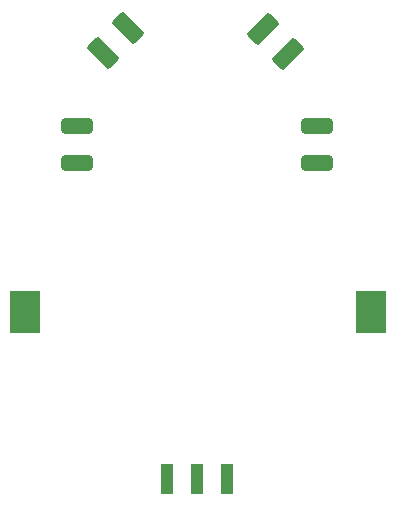
<source format=gbp>
G04 #@! TF.GenerationSoftware,KiCad,Pcbnew,(6.0.10)*
G04 #@! TF.CreationDate,2023-01-13T20:24:24+01:00*
G04 #@! TF.ProjectId,Eule,45756c65-2e6b-4696-9361-645f70636258,rev?*
G04 #@! TF.SameCoordinates,Original*
G04 #@! TF.FileFunction,Paste,Bot*
G04 #@! TF.FilePolarity,Positive*
%FSLAX46Y46*%
G04 Gerber Fmt 4.6, Leading zero omitted, Abs format (unit mm)*
G04 Created by KiCad (PCBNEW (6.0.10)) date 2023-01-13 20:24:24*
%MOMM*%
%LPD*%
G01*
G04 APERTURE LIST*
G04 Aperture macros list*
%AMRoundRect*
0 Rectangle with rounded corners*
0 $1 Rounding radius*
0 $2 $3 $4 $5 $6 $7 $8 $9 X,Y pos of 4 corners*
0 Add a 4 corners polygon primitive as box body*
4,1,4,$2,$3,$4,$5,$6,$7,$8,$9,$2,$3,0*
0 Add four circle primitives for the rounded corners*
1,1,$1+$1,$2,$3*
1,1,$1+$1,$4,$5*
1,1,$1+$1,$6,$7*
1,1,$1+$1,$8,$9*
0 Add four rect primitives between the rounded corners*
20,1,$1+$1,$2,$3,$4,$5,0*
20,1,$1+$1,$4,$5,$6,$7,0*
20,1,$1+$1,$6,$7,$8,$9,0*
20,1,$1+$1,$8,$9,$2,$3,0*%
G04 Aperture macros list end*
%ADD10R,2.600000X3.600000*%
%ADD11RoundRect,0.250000X1.075000X-0.400000X1.075000X0.400000X-1.075000X0.400000X-1.075000X-0.400000X0*%
%ADD12RoundRect,0.250001X-0.433103X1.087175X-1.087175X0.433103X0.433103X-1.087175X1.087175X-0.433103X0*%
%ADD13RoundRect,0.250001X-1.087175X-0.433103X-0.433103X-1.087175X1.087175X0.433103X0.433103X1.087175X0*%
%ADD14R,1.000000X2.500000*%
G04 APERTURE END LIST*
D10*
X41290000Y-71120000D03*
X70590000Y-71120000D03*
D11*
X66040000Y-58470000D03*
X66040000Y-55370000D03*
D12*
X50010000Y-47080000D03*
X47906358Y-49183642D03*
D13*
X61495376Y-47185376D03*
X63599018Y-49289018D03*
D14*
X53340000Y-85280000D03*
X55880000Y-85280000D03*
X58420000Y-85280000D03*
D11*
X45720000Y-58470000D03*
X45720000Y-55370000D03*
M02*

</source>
